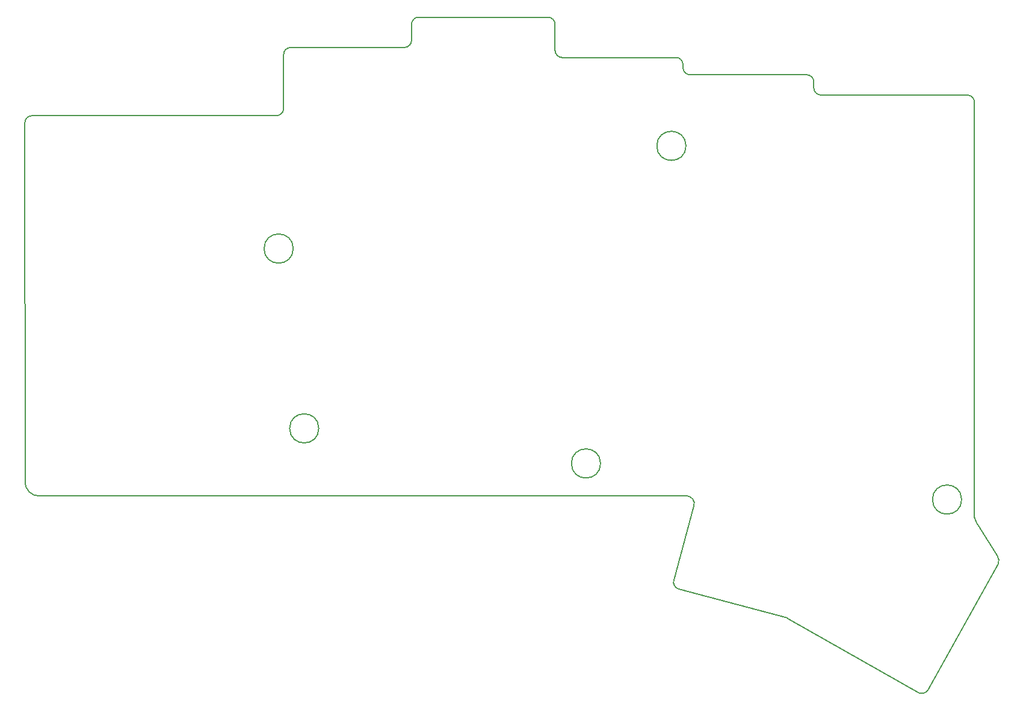
<source format=gbr>
%TF.GenerationSoftware,KiCad,Pcbnew,(7.0.0-0)*%
%TF.CreationDate,2023-02-19T20:14:33+01:00*%
%TF.ProjectId,karlkb_6x3,6b61726c-6b62-45f3-9678-332e6b696361,v0.1*%
%TF.SameCoordinates,Original*%
%TF.FileFunction,Profile,NP*%
%FSLAX46Y46*%
G04 Gerber Fmt 4.6, Leading zero omitted, Abs format (unit mm)*
G04 Created by KiCad (PCBNEW (7.0.0-0)) date 2023-02-19 20:14:33*
%MOMM*%
%LPD*%
G01*
G04 APERTURE LIST*
%TA.AperFunction,Profile*%
%ADD10C,0.150000*%
%TD*%
G04 APERTURE END LIST*
D10*
X139511250Y-157526273D02*
G75*
G03*
X141511250Y-159525414I2000000J859D01*
G01*
X139511250Y-157526273D02*
X139500000Y-107000000D01*
X140500000Y-106000000D02*
X174900000Y-106000000D01*
X176900000Y-96400000D02*
X192900000Y-96400000D01*
X175900000Y-105000000D02*
X175900000Y-97400000D01*
X194900000Y-92150000D02*
X213100000Y-92150000D01*
X214100000Y-93150000D02*
X214100000Y-96816667D01*
X193900000Y-95400000D02*
X193900000Y-93150000D01*
X215100000Y-97816667D02*
X231100000Y-97816667D01*
X232100000Y-98816667D02*
X232100000Y-99250000D01*
X250500000Y-102100000D02*
X250500000Y-101250000D01*
X233100000Y-100250000D02*
X249500000Y-100250000D01*
X231498691Y-172602489D02*
X246825638Y-176709332D01*
X230791584Y-171377744D02*
X233641417Y-160933051D01*
X273403160Y-163277252D02*
X276288646Y-167879209D01*
X276457831Y-169096436D02*
X266542666Y-186812604D01*
X265176640Y-187178629D02*
X246857804Y-176796838D01*
X246857804Y-176796838D02*
X246825638Y-176709332D01*
X232588653Y-159492394D02*
X141511250Y-159525414D01*
X273099982Y-162560025D02*
X273100000Y-104100000D01*
X272100000Y-103100000D02*
X251500000Y-103100000D01*
X233647950Y-160922231D02*
G75*
G03*
X232588653Y-159492394I-1097709J294070D01*
G01*
X230791622Y-171377754D02*
G75*
G03*
X231498691Y-172602488I965878J-258846D01*
G01*
X265176643Y-187178623D02*
G75*
G03*
X266542666Y-186812604I499999J866032D01*
G01*
X276457831Y-169096436D02*
G75*
G03*
X276288646Y-167879209I-1253728J446113D01*
G01*
X273099983Y-162560025D02*
G75*
G03*
X273403160Y-163277252I2185384J501089D01*
G01*
X273100000Y-104100000D02*
G75*
G03*
X272100000Y-103100000I-1000000J0D01*
G01*
X250500000Y-102100000D02*
G75*
G03*
X251500000Y-103100000I1000000J0D01*
G01*
X250500000Y-101250000D02*
G75*
G03*
X249500000Y-100250000I-1000000J0D01*
G01*
X232100000Y-99250000D02*
G75*
G03*
X233100000Y-100250000I1000000J0D01*
G01*
X232100033Y-98816667D02*
G75*
G03*
X231100000Y-97816667I-1000033J-33D01*
G01*
X214100033Y-96816667D02*
G75*
G03*
X215100000Y-97816667I999967J-33D01*
G01*
X214100000Y-93150000D02*
G75*
G03*
X213100000Y-92150000I-1000000J0D01*
G01*
X194900000Y-92150000D02*
G75*
G03*
X193900000Y-93150000I0J-1000000D01*
G01*
X192900000Y-96400000D02*
G75*
G03*
X193900000Y-95400000I0J1000000D01*
G01*
X176900000Y-96400000D02*
G75*
G03*
X175900000Y-97400000I0J-1000000D01*
G01*
X174900000Y-106000000D02*
G75*
G03*
X175900000Y-105000000I0J1000000D01*
G01*
X140500000Y-106000000D02*
G75*
G03*
X139500000Y-107000000I0J-1000000D01*
G01*
X177250000Y-124700000D02*
G75*
G03*
X177250000Y-124700000I-2050000J0D01*
G01*
X180850000Y-150000000D02*
G75*
G03*
X180850000Y-150000000I-2050000J0D01*
G01*
X232510000Y-110250000D02*
G75*
G03*
X232510000Y-110250000I-2050000J0D01*
G01*
X220490000Y-154940000D02*
G75*
G03*
X220490000Y-154940000I-2050000J0D01*
G01*
X271290000Y-160020000D02*
G75*
G03*
X271290000Y-160020000I-2050000J0D01*
G01*
M02*

</source>
